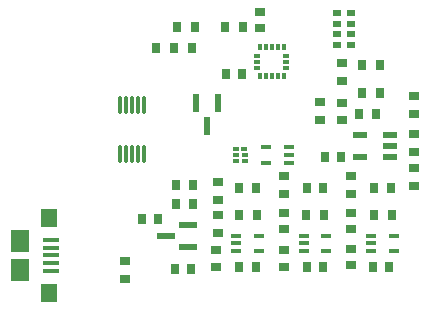
<source format=gbp>
%FSLAX24Y24*%
%MOIN*%
G70*
G01*
G75*
G04 Layer_Color=128*
%ADD10R,0.0354X0.0315*%
%ADD11R,0.0315X0.0354*%
%ADD12R,0.0276X0.0354*%
%ADD13R,0.0319X0.0661*%
%ADD14R,0.0394X0.0315*%
%ADD15R,0.0276X0.0591*%
%ADD16R,0.0600X0.0300*%
%ADD17R,0.0300X0.0598*%
%ADD18R,0.0598X0.0300*%
%ADD19R,0.0217X0.0394*%
%ADD20R,0.0157X0.0157*%
%ADD21C,0.0150*%
%ADD22C,0.0120*%
%ADD23C,0.0100*%
%ADD24C,0.0181*%
%ADD25C,0.0630*%
%ADD26C,0.0661*%
%ADD27C,0.0591*%
%ADD28C,0.1378*%
%ADD29C,0.0320*%
%ADD30C,0.0400*%
%ADD31C,0.0500*%
%ADD32R,0.0354X0.0276*%
%ADD33R,0.0532X0.0157*%
%ADD34R,0.0630X0.0748*%
%ADD35R,0.0551X0.0630*%
%ADD36R,0.0236X0.0591*%
%ADD37R,0.0591X0.0236*%
%ADD38O,0.0118X0.0650*%
%ADD39R,0.0335X0.0157*%
%ADD40R,0.0512X0.0217*%
%ADD41R,0.0209X0.0118*%
%ADD42R,0.0193X0.0118*%
%ADD43R,0.0201X0.0136*%
%ADD44R,0.0136X0.0201*%
%ADD45R,0.0315X0.0197*%
%ADD46C,0.0200*%
%ADD47C,0.0098*%
%ADD48C,0.0050*%
%ADD49C,0.0079*%
%ADD50C,0.0039*%
%ADD51C,0.0080*%
%ADD52R,0.0414X0.0375*%
%ADD53R,0.0375X0.0414*%
%ADD54R,0.0336X0.0414*%
%ADD55R,0.0379X0.0721*%
%ADD56R,0.0454X0.0375*%
%ADD57R,0.0336X0.0651*%
%ADD58R,0.0660X0.0360*%
%ADD59R,0.0360X0.0658*%
%ADD60R,0.0658X0.0360*%
%ADD61R,0.0277X0.0454*%
%ADD62C,0.0690*%
%ADD63C,0.0721*%
%ADD64C,0.0651*%
%ADD65C,0.0060*%
%ADD66C,0.1438*%
%ADD67C,0.0600*%
%ADD68R,0.0414X0.0336*%
%ADD69R,0.0610X0.0236*%
%ADD70R,0.0709X0.0827*%
%ADD71R,0.0630X0.0709*%
%ADD72R,0.0296X0.0651*%
%ADD73R,0.0651X0.0296*%
%ADD74O,0.0178X0.0710*%
%ADD75R,0.0395X0.0217*%
%ADD76R,0.0572X0.0277*%
%ADD77R,0.0269X0.0178*%
%ADD78R,0.0253X0.0178*%
%ADD79R,0.0280X0.0215*%
%ADD80R,0.0215X0.0280*%
%ADD81R,0.0375X0.0257*%
D10*
X7100Y1474D02*
D03*
Y2026D02*
D03*
X9350Y1474D02*
D03*
Y2026D02*
D03*
X11600Y1524D02*
D03*
Y2076D02*
D03*
X11300Y6374D02*
D03*
Y6926D02*
D03*
X8550Y9424D02*
D03*
Y9976D02*
D03*
X9350Y3276D02*
D03*
Y2724D02*
D03*
X11600Y3276D02*
D03*
Y2724D02*
D03*
D11*
X6326Y3550D02*
D03*
X5774D02*
D03*
X5176Y3050D02*
D03*
X4624D02*
D03*
X6276Y1400D02*
D03*
X5724D02*
D03*
X7874Y4100D02*
D03*
X8426D02*
D03*
X10124D02*
D03*
X10676D02*
D03*
X5774Y4200D02*
D03*
X6326D02*
D03*
X8426Y1450D02*
D03*
X7874D02*
D03*
X10676D02*
D03*
X10124D02*
D03*
X12374Y4100D02*
D03*
X12926D02*
D03*
X12876Y1450D02*
D03*
X12324D02*
D03*
X11274Y5126D02*
D03*
X10723D02*
D03*
X11874Y6550D02*
D03*
X12426D02*
D03*
X7976Y7900D02*
D03*
X7424D02*
D03*
D12*
X7995Y9450D02*
D03*
X7405D02*
D03*
X5805Y9450D02*
D03*
X6395D02*
D03*
X8445Y3200D02*
D03*
X7855D02*
D03*
X10695D02*
D03*
X10105D02*
D03*
X12945D02*
D03*
X12355D02*
D03*
X11955Y8200D02*
D03*
X12545D02*
D03*
X11955Y7250D02*
D03*
X12545D02*
D03*
X5105Y8750D02*
D03*
X5695D02*
D03*
X6295Y8750D02*
D03*
X5705D02*
D03*
D32*
X11300Y7655D02*
D03*
Y8245D02*
D03*
X7150Y3705D02*
D03*
Y4295D02*
D03*
X9350Y4495D02*
D03*
Y3905D02*
D03*
X11600Y4495D02*
D03*
Y3905D02*
D03*
X13700Y5305D02*
D03*
Y5895D02*
D03*
X10550Y6945D02*
D03*
Y6355D02*
D03*
X13700Y6555D02*
D03*
Y7145D02*
D03*
X7150Y2605D02*
D03*
Y3195D02*
D03*
X4050Y1055D02*
D03*
Y1645D02*
D03*
X13700Y4745D02*
D03*
Y4155D02*
D03*
D33*
X1603Y1338D02*
D03*
Y1594D02*
D03*
Y2362D02*
D03*
Y2106D02*
D03*
Y1850D02*
D03*
D34*
X550Y2322D02*
D03*
Y1378D02*
D03*
D35*
X1534Y3110D02*
D03*
Y590D02*
D03*
D36*
X6426Y6924D02*
D03*
X7174D02*
D03*
X6800Y6176D02*
D03*
D37*
X6174Y2874D02*
D03*
Y2126D02*
D03*
X5426Y2500D02*
D03*
D38*
X3906Y6857D02*
D03*
X4103D02*
D03*
X4300D02*
D03*
X4497D02*
D03*
X4694D02*
D03*
X3906Y5243D02*
D03*
X4103D02*
D03*
X4300D02*
D03*
X4497D02*
D03*
X4694D02*
D03*
D39*
X8524Y1994D02*
D03*
Y2506D02*
D03*
X7776D02*
D03*
Y2250D02*
D03*
Y1994D02*
D03*
X10774D02*
D03*
Y2506D02*
D03*
X10026D02*
D03*
Y2250D02*
D03*
Y1994D02*
D03*
X13024D02*
D03*
Y2506D02*
D03*
X12276D02*
D03*
Y2250D02*
D03*
Y1994D02*
D03*
X8776Y5456D02*
D03*
Y4944D02*
D03*
X9524D02*
D03*
Y5200D02*
D03*
Y5456D02*
D03*
D40*
X11908Y5874D02*
D03*
Y5126D02*
D03*
X12892D02*
D03*
Y5500D02*
D03*
Y5874D02*
D03*
D41*
X8040Y5397D02*
D03*
D42*
X8048Y5200D02*
D03*
Y5003D02*
D03*
X7752D02*
D03*
Y5200D02*
D03*
Y5397D02*
D03*
D43*
X8468Y8497D02*
D03*
Y8300D02*
D03*
Y8103D02*
D03*
X9432D02*
D03*
Y8300D02*
D03*
Y8497D02*
D03*
D44*
X8556Y7818D02*
D03*
X8753D02*
D03*
X8950D02*
D03*
X9147D02*
D03*
X9344D02*
D03*
Y8782D02*
D03*
X9147D02*
D03*
X8950D02*
D03*
X8753D02*
D03*
X8556D02*
D03*
D45*
X11114Y9931D02*
D03*
Y9577D02*
D03*
Y9223D02*
D03*
Y8868D02*
D03*
X11586D02*
D03*
Y9223D02*
D03*
Y9577D02*
D03*
Y9931D02*
D03*
M02*

</source>
